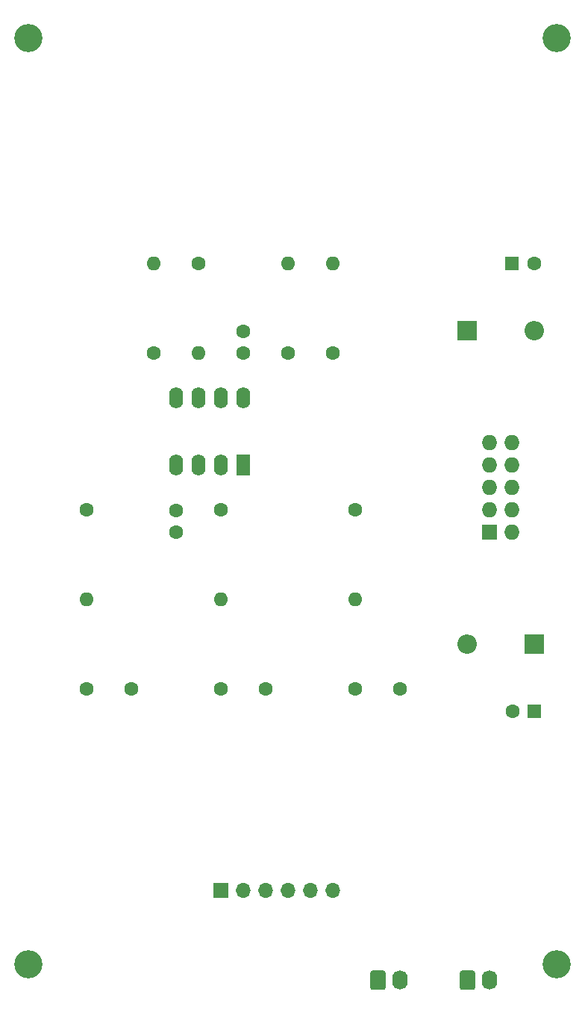
<source format=gbr>
%TF.GenerationSoftware,KiCad,Pcbnew,5.1.10-88a1d61d58~90~ubuntu20.04.1*%
%TF.CreationDate,2021-08-12T11:26:50-04:00*%
%TF.ProjectId,ao_audio_mixer,616f5f61-7564-4696-9f5f-6d697865722e,rev?*%
%TF.SameCoordinates,Original*%
%TF.FileFunction,Soldermask,Top*%
%TF.FilePolarity,Negative*%
%FSLAX46Y46*%
G04 Gerber Fmt 4.6, Leading zero omitted, Abs format (unit mm)*
G04 Created by KiCad (PCBNEW 5.1.10-88a1d61d58~90~ubuntu20.04.1) date 2021-08-12 11:26:50*
%MOMM*%
%LPD*%
G01*
G04 APERTURE LIST*
%ADD10C,1.600000*%
%ADD11O,1.600000X1.600000*%
%ADD12O,1.740000X2.200000*%
%ADD13O,1.700000X1.700000*%
%ADD14R,1.700000X1.700000*%
%ADD15C,3.200000*%
%ADD16O,1.600000X2.400000*%
%ADD17R,1.600000X2.400000*%
%ADD18O,2.200000X2.200000*%
%ADD19R,2.200000X2.200000*%
%ADD20O,1.727200X1.727200*%
%ADD21R,1.727200X1.727200*%
%ADD22R,1.600000X1.600000*%
G04 APERTURE END LIST*
D10*
%TO.C,R5*%
X79380000Y-64560000D03*
D11*
X79380000Y-74720000D03*
%TD*%
D10*
%TO.C,R4*%
X74300000Y-74720000D03*
D11*
X74300000Y-64560000D03*
%TD*%
D10*
%TO.C,R3*%
X97160000Y-92500000D03*
D11*
X97160000Y-102660000D03*
%TD*%
D12*
%TO.C,J7*%
X112400000Y-145840000D03*
G36*
G01*
X108990000Y-146690001D02*
X108990000Y-144989999D01*
G75*
G02*
X109239999Y-144740000I249999J0D01*
G01*
X110480001Y-144740000D01*
G75*
G02*
X110730000Y-144989999I0J-249999D01*
G01*
X110730000Y-146690001D01*
G75*
G02*
X110480001Y-146940000I-249999J0D01*
G01*
X109239999Y-146940000D01*
G75*
G02*
X108990000Y-146690001I0J249999D01*
G01*
G37*
%TD*%
D10*
%TO.C,R1*%
X66680000Y-92500000D03*
D11*
X66680000Y-102660000D03*
%TD*%
D13*
%TO.C,J6*%
X94620000Y-135680000D03*
X92080000Y-135680000D03*
X89540000Y-135680000D03*
X87000000Y-135680000D03*
X84460000Y-135680000D03*
D14*
X81920000Y-135680000D03*
%TD*%
D15*
%TO.C,H3*%
X60000000Y-144000000D03*
%TD*%
%TO.C,H4*%
X120000000Y-144000000D03*
%TD*%
D16*
%TO.C,U1*%
X84460000Y-79800000D03*
X76840000Y-87420000D03*
X81920000Y-79800000D03*
X79380000Y-87420000D03*
X79380000Y-79800000D03*
X81920000Y-87420000D03*
X76840000Y-79800000D03*
D17*
X84460000Y-87420000D03*
%TD*%
D10*
%TO.C,R7*%
X89540000Y-74720000D03*
D11*
X89540000Y-64560000D03*
%TD*%
D18*
%TO.C,D2*%
X109860000Y-107740000D03*
D19*
X117480000Y-107740000D03*
%TD*%
D10*
%TO.C,C3*%
X102160000Y-112820000D03*
X97160000Y-112820000D03*
%TD*%
%TO.C,C7*%
X76840000Y-92540000D03*
X76840000Y-95040000D03*
%TD*%
%TO.C,J8*%
G36*
G01*
X98830000Y-146690001D02*
X98830000Y-144989999D01*
G75*
G02*
X99079999Y-144740000I249999J0D01*
G01*
X100320001Y-144740000D01*
G75*
G02*
X100570000Y-144989999I0J-249999D01*
G01*
X100570000Y-146690001D01*
G75*
G02*
X100320001Y-146940000I-249999J0D01*
G01*
X99079999Y-146940000D01*
G75*
G02*
X98830000Y-146690001I0J249999D01*
G01*
G37*
D12*
X102240000Y-145840000D03*
%TD*%
D20*
%TO.C,J4*%
X114940000Y-84880000D03*
X112400000Y-84880000D03*
X114940000Y-87420000D03*
X112400000Y-87420000D03*
X114940000Y-89960000D03*
X112400000Y-89960000D03*
X114940000Y-92500000D03*
X112400000Y-92500000D03*
X114940000Y-95040000D03*
D21*
X112400000Y-95040000D03*
%TD*%
D10*
%TO.C,C1*%
X71680000Y-112820000D03*
X66680000Y-112820000D03*
%TD*%
%TO.C,C2*%
X86920000Y-112820000D03*
X81920000Y-112820000D03*
%TD*%
D15*
%TO.C,H1*%
X60000000Y-39000000D03*
%TD*%
%TO.C,H2*%
X120000000Y-39000000D03*
%TD*%
D10*
%TO.C,C5*%
X114980000Y-115360000D03*
D22*
X117480000Y-115360000D03*
%TD*%
D18*
%TO.C,D1*%
X117480000Y-72180000D03*
D19*
X109860000Y-72180000D03*
%TD*%
D10*
%TO.C,C4*%
X117440000Y-64560000D03*
D22*
X114940000Y-64560000D03*
%TD*%
D10*
%TO.C,R6*%
X94620000Y-74720000D03*
D11*
X94620000Y-64560000D03*
%TD*%
D10*
%TO.C,C6*%
X84460000Y-72220000D03*
X84460000Y-74720000D03*
%TD*%
%TO.C,R2*%
X81920000Y-92500000D03*
D11*
X81920000Y-102660000D03*
%TD*%
M02*

</source>
